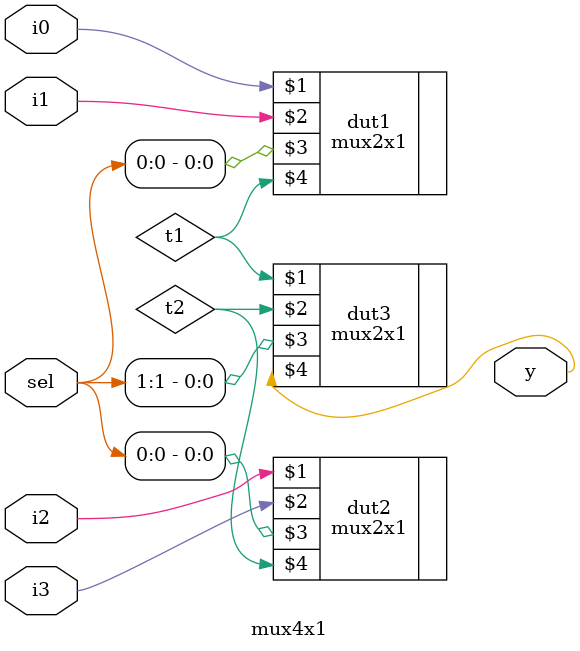
<source format=v>
module mux4x1 (i0,i1,i2,i3,sel,y);
input i0,i1,i2,i3;
input [1:0] sel;
output y;
wire t1,t2;  
    mux2x1 dut1 (i0,i1,sel[0],t1);
    mux2x1 dut2 (i2,i3,sel[0],t2);
    mux2x1 dut3 (t1,t2,sel[1],y);
endmodule


</source>
